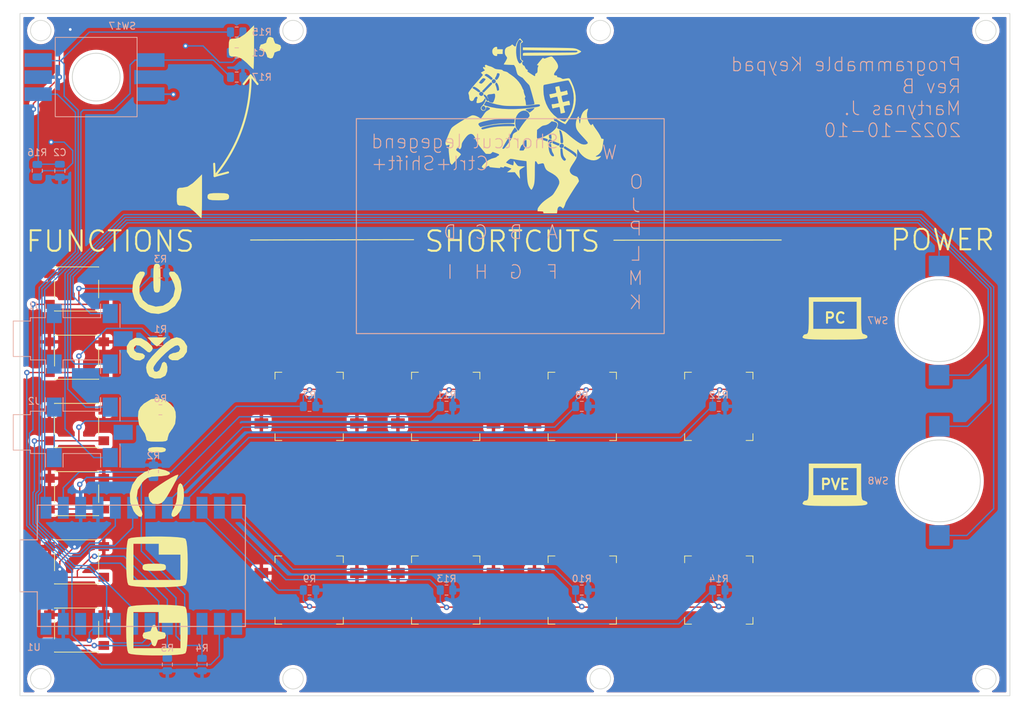
<source format=kicad_pcb>
(kicad_pcb (version 20211014) (generator pcbnew)
  (title_block (title "Programmable keypad") (date "2022-10-03") (rev "B") (company "Martynas J."))
  (layers (0 "F.Cu" signal) (31 "B.Cu" signal) (34 "B.Paste" user) (35 "F.Paste" user) (36 "B.SilkS" user "B.Silkscreen") (37 "F.SilkS" user "F.Silkscreen") (38 "B.Mask" user) (39 "F.Mask" user) (44 "Edge.Cuts" user))
  (net 0 "")
  (net 1 "/A")
  (net 2 "GND")
  (net 3 "/B")
  (net 4 "/btn9")
  (net 5 "/btn11")
  (net 6 "/btn13")
  (net 7 "/btn10")
  (net 8 "/btn12")
  (net 9 "/btn14")
  (net 10 "/btn1")
  (net 11 "/btn3")
  (net 12 "/btn5")
  (net 13 "/btn7")
  (net 14 "/btn2")
  (net 15 "/btn4")
  (net 16 "/btn6")
  (net 17 "/btn8")
  (net 18 "VCC")
  (net 19 "/btn_enc")
  (net 23 "Net-(J1-PadR)")
  (net 24 "Net-(J1-PadS)")
  (net 25 "unconnected-(J1-PadT)")
  (net 26 "Net-(J2-PadR)")
  (net 27 "Net-(J2-PadS)")
  (net 28 "unconnected-(J2-PadT)")
  (footprint "images:volume-plus-symbol" (layer "F.Cu") (at 115.13 48.908)
    (fp_text reference "G***" hide)
    (fp_text value "LOGO" hide)
  )
  (footprint "Button_Switch_SMD:SW_SPST_PTS645" (layer "F.Cu") (at 89.1412 104.28)
    (fp_text reference "SW6" hide)
    (fp_text value "SW_Push")
  )
  (footprint "my:SW_SPST_button_12x12_smd" (layer "F.Cu") (at 163.202 101.486 180)
    (fp_text reference "SW10" hide)
    (fp_text value "SW_Push")
  )
  (footprint "Button_Switch_SMD:SW_SPST_PTS645" (layer "F.Cu") (at 89.1412 84.28)
    (fp_text reference "SW3" hide)
    (fp_text value "SW_Push")
  )
  (footprint "my:SW_SPST_button_12x12_smd" (layer "F.Cu") (at 123.202 101.486 180)
    (fp_text reference "SW9" hide)
    (fp_text value "SW_Push")
  )
  (footprint "my:SW_SPST_button_panel-mount-12mm" (layer "F.Cu") (at 215.5108 112.408 90)
    (fp_text reference "SW8")
    (fp_text value "SW_Push")
    (fp_circle (center 0 0) (end 6 0) (layer "Edge.Cuts") (width 0.12) (fill none))
  )
  (footprint "images:power-symbol" (layer "F.Cu") (at 100.906 84.28)
    (fp_text reference "G***" hide)
    (fp_text value "LOGO" hide)
  )
  (footprint "my:SW_SPST_button_panel-mount-12mm" (layer "F.Cu") (at 215.46 88.913 90)
    (fp_text reference "SW7")
    (fp_text value "SW_Push")
    (fp_circle (center 0 0) (end 6 0) (layer "Edge.Cuts") (width 0.12) (fill none))
  )
  (footprint "images:tab-plus-symbol" (layer "F.Cu") (at 100.906 134.28)
    (fp_text reference "G***" hide)
    (fp_text value "LOGO" hide)
  )
  (footprint "images:vscode" (layer "F.Cu") (at 163.202 114.694)
    (fp_text reference "G***" hide)
    (fp_text value "LOGO" hide)
  )
  (footprint "my:SW_SPST_button_12x12_smd" (layer "F.Cu") (at 183.202 101.486 180)
    (fp_text reference "SW14" hide)
    (fp_text value "SW_Push")
  )
  (footprint "Button_Switch_SMD:SW_SPST_PTS645" (layer "F.Cu") (at 89.1412 94.28)
    (fp_text reference "SW1" hide)
    (fp_text value "SW_Push")
  )
  (footprint "my:RotaryEncoder_custom" (layer "F.Cu") (at 84.512 50.726)
    (fp_text reference "SW17")
    (fp_text value "Rotary Encoder")
    (fp_circle (center 7.5 2.5) (end 11 2.5) (layer "Edge.Cuts") (width 0.12) (fill none))
  )
  (footprint "images:pc-symbol" (layer "F.Cu") (at 200.22 88.532)
    (fp_text reference "PC")
    (fp_text value "LOGO" hide)
  )
  (footprint "images:lamp-symbol" (layer "F.Cu") (at 100.906 104.28)
    (fp_text reference "G***" hide)
    (fp_text value "LOGO" hide)
  )
  (footprint "my:SW_SPST_button_12x12_smd" (layer "F.Cu") (at 183.202 128.41)
    (fp_text reference "SW16" hide)
    (fp_text value "SW_Push")
  )
  (footprint "my:SW_SPST_button_12x12_smd" (layer "F.Cu") (at 163.202 128.41)
    (fp_text reference "SW12" hide)
    (fp_text value "SW_Push")
  )
  (footprint "Button_Switch_SMD:SW_SPST_PTS645" (layer "F.Cu") (at 89.1412 114.28)
    (fp_text reference "SW2" hide)
    (fp_text value "SW_Push")
  )
  (footprint "my:SW_SPST_button_12x12_smd" (layer "F.Cu") (at 143.202 101.486 180)
    (fp_text reference "SW13" hide)
    (fp_text value "SW_Push")
  )
  (footprint "my:SW_SPST_button_12x12_smd" (layer "F.Cu") (at 123.202 128.41)
    (fp_text reference "SW11" hide)
    (fp_text value "SW_Push")
  )
  (footprint "images:pc-symbol" (layer "F.Cu") (at 200.22 112.916)
    (fp_text reference "PVE")
    (fp_text value "LOGO" hide)
  )
  (footprint "images:vytis" (layer "F.Cu") (at 154.754 60.338)
    (fp_text reference "G***" hide)
    (fp_text value "LOGO" hide)
  )
  (footprint "images:onenote" (layer "F.Cu") (at 163.202 87.77)
    (fp_text reference "G***" hide)
    (fp_text value "LOGO" hide)
  )
  (footprint "images:firefox" (layer "F.Cu") (at 123.202 114.694)
    (fp_text reference "G***" hide)
    (fp_text value "LOGO" hide)
  )
  (footprint "my:SW_SPST_button_12x12_smd" (layer "F.Cu") (at 143.202 128.41)
    (fp_text reference "SW15" hide)
    (fp_text value "SW_Push")
  )
  (footprint "images:speedometer-symbol" (layer "F.Cu") (at 100.906 114.28)
    (fp_text reference "G***" hide)
    (fp_text value "LOGO" hide)
  )
  (footprint "images:mail" (layer "F.Cu") (at 143.202 87.77)
    (fp_text reference "G***" hide)
    (fp_text value "LOGO" hide)
  )
  (footprint "images:files" (layer "F.Cu") (at 123.202 87.77)
    (fp_text reference "G***" hide)
    (fp_text value "LOGO" hide)
  )
  (footprint "images:youtube2" (layer "F.Cu") (at 143.202 114.694)
    (fp_text reference "G***" hide)
    (fp_text value "LOGO" hide)
  )
  (footprint "images:vpn-symbol" (layer "F.Cu") (at 100.906 94.28)
    (fp_text reference "G***" hide)
    (fp_text value "LOGO" hide)
  )
  (footprint "images:tab-minus-symbol" (layer "F.Cu") (at 100.906 124.28)
    (fp_text reference "G***" hide)
    (fp_text value "LOGO" hide)
  )
  (footprint "images:volume-minus-symbol" (layer "F.Cu") (at 107.51 70.752)
    (fp_text reference "G***" hide)
    (fp_text value "LOGO" hide)
  )
  (footprint "images:plex" (layer "F.Cu") (at 183.202 87.77)
    (fp_text reference "G***" hide)
    (fp_text value "LOGO" hide)
  )
  (footprint "Button_Switch_SMD:SW_SPST_PTS645" (layer "F.Cu") (at 89.1412 124.28)
    (fp_text reference "SW5" hide)
    (fp_text value "SW_Push")
  )
  (footprint "Button_Switch_SMD:SW_SPST_PTS645" (layer "F.Cu") (at 89.1412 134.28)
    (fp_text reference "SW4" hide)
    (fp_text value "SW_Push")
  )
  (footprint "images:keepass" (layer "F.Cu") (at 183.202 114.694)
    (fp_text reference "G***" hide)
    (fp_text value "LOGO" hide)
  )
  (footprint "Resistor_SMD:R_0805_2012Metric" (layer "B.Cu") (at 112.59 46.622)
    (fp_text reference "R15")
    (fp_text value "10K")
  )
  (footprint "Resistor_SMD:R_0805_2012Metric" (layer "B.Cu") (at 101.414 81.928 180)
    (fp_text reference "R3")
    (fp_text value "10K")
  )
  (footprint "Resistor_SMD:R_0805_2012Metric" (layer "B.Cu") (at 123.258 128.41 180)
    (fp_text reference "R9")
    (fp_text value "10K")
  )
  (footprint "Capacitor_SMD:C_0805_2012Metric" (layer "B.Cu") (at 112.59 49.67)
    (fp_text reference "C1")
    (fp_text value "100n")
  )
  (footprint "Resistor_SMD:R_0805_2012Metric" (layer "B.Cu") (at 101.414 101.994 180)
    (fp_text reference "R6")
    (fp_text value "10K")
  )
  (footprint "my:Jack_3.5mm_custom-SMT_Horizontal" (layer "B.Cu") (at 88.46 105.296 -90)
    (fp_text reference "J2")
    (fp_text value "AudioJack3")
  )
  (footprint "promicro:ProMicro-SMD" (layer "B.Cu") (at 98.62 124.854)
    (fp_text reference "U1")
    (fp_text value "Arduino Pro Micro")
  )
  (footprint "Resistor_SMD:R_0805_2012Metric" (layer "B.Cu") (at 83.38 66.942 90)
    (fp_text reference "R16")
    (fp_text value "10K")
  )
  (footprint "Resistor_SMD:R_0805_2012Metric" (layer "B.Cu") (at 143.324 128.41 180)
    (fp_text reference "R13")
    (fp_text value "10K")
  )
  (footprint "my:Jack_3.5mm_custom-SMT_Horizontal" (layer "B.Cu") (at 88.46 91.58 -90)
    (fp_text reference "J1")
    (fp_text value "AudioJack3")
  )
  (footprint "Resistor_SMD:R_0805_2012Metric" (layer "B.Cu") (at 163.136 101.486 180)
    (fp_text reference "R8")
    (fp_text value "10K")
  )
  (footprint "Resistor_SMD:R_0805_2012Metric" (layer "B.Cu") (at 101.414 91.834 180)
    (fp_text reference "R1")
    (fp_text value "10K")
  )
  (footprint "Resistor_SMD:R_0805_2012Metric" (layer "B.Cu") (at 183.202 128.41 180)
    (fp_text reference "R14")
    (fp_text value "10K")
  )
  (footprint "Resistor_SMD:R_0805_2012Metric" (layer "B.Cu") (at 100.398 111.011 -90)
    (fp_text reference "R2")
    (fp_text value "10K")
  )
  (footprint "Resistor_SMD:R_0805_2012Metric" (layer "B.Cu") (at 102.43 139.332 90)
    (fp_text reference "R5")
    (fp_text value "10K")
  )
  (footprint "Resistor_SMD:R_0805_2012Metric" (layer "B.Cu") (at 143.324 101.486 180)
    (fp_text reference "R11")
    (fp_text value "10K")
  )
  (footprint "Resistor_SMD:R_0805_2012Metric" (layer "B.Cu") (at 183.202 101.486 180)
    (fp_text reference "R12")
    (fp_text value "10K")
  )
  (footprint "Resistor_SMD:R_0805_2012Metric" (layer "B.Cu") (at 107.51 139.332 90)
    (fp_text reference "R4")
    (fp_text value "10K")
  )
  (footprint "Resistor_SMD:R_0805_2012Metric" (layer "B.Cu") (at 112.59 53.226 180)
    (fp_text reference "R17")
    (fp_text value "10K")
  )
  (footprint "Resistor_SMD:R_0805_2012Metric" (layer "B.Cu") (at 123.258 101.486 180)
    (fp_text reference "R7")
    (fp_text value "10K")
  )
  (footprint "Capacitor_SMD:C_0805_2012Metric" (layer "B.Cu") (at 86.682 66.942 -90)
    (fp_text reference "C2")
    (fp_text value "100n")
  )
  (footprint "Resistor_SMD:R_0805_2012Metric" (layer "B.Cu") (at 163.136 128.41 180)
    (fp_text reference "R10")
    (fp_text value "10K")
  )
  (gr_rect (start 130.116 59.322) (end 175.201 90.818) (layer "B.SilkS") (width 0.15) (fill none))
  (gr_arc (start 114.621999 52.972) (mid 113.309352 60.81782) (end 109.362266 67.724371) (layer "F.SilkS") (width 0.3))
  (gr_line (start 109.362266 67.724371) (end 111.32 67.196) (layer "F.SilkS") (width 0.3))
  (gr_line (start 114.621999 52.972) (end 115.638 54.242) (layer "F.SilkS") (width 0.3))
  (gr_line (start 138.498 77.0512) (end 114.622 77.102) (layer "F.SilkS") (width 0.15))
  (gr_line (start 114.621999 52.972) (end 113.606 54.242) (layer "F.SilkS") (width 0.3))
  (gr_line (start 109.362266 67.724371) (end 109.288 65.926) (layer "F.SilkS") (width 0.3))
  (gr_line (start 192.346 77.102) (end 167.835 77.1274) (layer "F.SilkS") (width 0.15))
  (gr_circle (center 165.84 46.404) (end 167.34 46.404) (layer "Edge.Cuts") (width 0.1) (fill none))
  (gr_circle (center 83.888 46.404) (end 85.388 46.404) (layer "Edge.Cuts") (width 0.1) (fill none))
  (gr_rect (start 80.84 43.904) (end 225.84 143.904) (layer "Edge.Cuts") (width 0.1) (fill none))
  (gr_circle (center 222.318 141.404) (end 223.818 141.404) (layer "Edge.Cuts") (width 0.1) (fill none))
  (gr_circle (center 165.84 141.404) (end 167.34 141.404) (layer "Edge.Cuts") (width 0.1) (fill none))
  (gr_circle (center 83.888 141.404) (end 85.388 141.404) (layer "Edge.Cuts") (width 0.1) (fill none))
  (gr_circle (center 120.84 46.404) (end 122.34 46.404) (layer "Edge.Cuts") (width 0.1) (fill none))
  (gr_circle (center 222.318 46.404) (end 223.818 46.404) (layer "Edge.Cuts") (width 0.1) (fill none))
  (gr_circle (center 120.84 141.404) (end 122.34 141.404) (layer "Edge.Cuts") (width 0.1) (fill none))
  (gr_text "f5AFfMhv" (at 205.6302 55.3596) (layer "F.Cu") (effects (font (size 3 3) (thickness 0.5))))
  (gr_text "J" (at 171.01 72.022) (layer "B.SilkS") (effects (font (size 2 2)) (justify mirror)))
  (gr_text "O" (at 171.137 68.593) (layer "B.SilkS") (effects (font (size 2 2)) (justify mirror)))
  (gr_text "G" (at 153.484 81.801) (layer "B.SilkS") (effects (font (size 2 2)) (justify mirror)))
  (gr_text "W" (at 167.2 64.275) (layer "B.SilkS") (effects (font (size 2 2)) (justify mirror)))
  (gr_text "Programmable Keypad\nRev B\nMartynas J.\n2022-10-10" (at 218.8382 56.1978) (layer "B.SilkS") (effects (font (size 2 2)) (justify left mirror)))
  (gr_text "F" (at 158.818 81.801) (layer "B.SilkS") (effects (font (size 2 2)) (justify mirror)))
  (gr_text "K" (at 171.01 86.246) (layer "B.SilkS") (effects (font (size 2 2)) (justify mirror)))
  (gr_text "A" (at 158.818 75.959) (layer "B.SilkS") (effects (font (size 2 2)) (justify mirror)))
  (gr_text "D" (at 143.832 75.959) (layer "B.SilkS") (effects (font (size 2 2)) (justify mirror)))
  (gr_text "P" (at 171.01 75.451) (layer "B.SilkS") (effects (font (size 2 2)) (justify mirror)))
  (gr_text "I" (at 143.832 81.801) (layer "B.SilkS") (effects (font (size 2 2)) (justify mirror)))
  (gr_text "L" (at 171.137 79.134) (layer "B.SilkS") (effects (font (size 2 2)) (justify mirror)))
  (gr_text "M" (at 171.01 82.69) (layer "B.SilkS") (effects (font (size 2 2)) (justify mirror)))
  (gr_text "B" (at 153.484 75.959) (layer "B.SilkS") (effects (font (size 2 2)) (justify mirror)))
  (gr_text "Shortcut legegend\nCtrl+Shift+" (at 132.148 64.275) (layer "B.SilkS") (effects (font (size 2 2)) (justify right mirror)))
  (gr_text "C" (at 148.404 75.959) (layer "B.SilkS") (effects (font (size 2 2)) (justify mirror)))
  (gr_text "H" (at 148.404 81.801) (layer "B.SilkS") (effects (font (size 2 2)) (justify mirror)))
  (gr_text "FUNCTIONS" (at 94.0734 77.3052) (layer "F.SilkS") (effects (font (size 3 3) (thickness 0.3))))
  (gr_text "SHORTCUTS" (at 152.976 77.3052) (layer "F.SilkS") (effects (font (size 3 3) (thickness 0.3))))
  (gr_text "POWER" (at 215.968 77.0893) (layer "F.SilkS") (effects (font (size 3 3) (thickness 0.3))))
  (segment (start 111.64 46.6595) (end 111.6775 46.622) (width 0.2) (layer "B.Cu") (net 1))
  (segment (start 87.317 56.02) (end 89.368 58.071) (width 0.2) (layer "B.Cu") (net 1))
  (segment (start 111.6775 46.622) (end 91 46.622) (width 0.2) (layer "B.Cu") (net 1))
  (segment (start 87.317 51.321) (end 87.317 56.02) (width 0.2) (layer "B.Cu") (net 1))
  (segment (start 83.55 118.42) (end 88.187 123.057) (width 0.2) (layer "B.Cu") (net 1))
  (segment (start 83.599 50.813) (end 83.512 50.726) (width 0.2) (layer "B.Cu") (net 1))
  (segment (start 86.555 50.813) (end 83.599 50.813) (width 0.2) (layer "B.Cu") (net 1))
  (segment (start 111.64 49.67) (end 111.64 46.6595) (width 0.2) (layer "B.Cu") (net 1))
  (segment (start 91.04963 121.514) (end 92.308 121.514) (width 0.2) (layer "B.Cu") (net 1))
  (segment (start 92.308 121.514) (end 94.81 119.012) (width 0.2) (layer "B.Cu") (net 1))
  (segment (start 88.187 123.057) (end 89.50663 123.057) (width 0.2) (layer "B.Cu") (net 1))
  (segment (start 86.809 50.813) (end 86.555 50.813) (width 0.2) (layer "B.Cu") (net 1))
  (segment (start 89.368 78.930314) (end 84.06 84.238315) (width 0.2) (layer "B.Cu") (net 1))
  (segment (start 86.809 50.813) (end 87.317 51.321) (width 0.2) (layer "B.Cu") (net 1))
  (segment (start 84.06 113.935) (end 83.55 114.445) (width 0.2) (layer "B.Cu") (net 1))
  (segment (start 89.368 58.071) (end 89.368 78.930314) (width 0.2) (layer "B.Cu") (net 1))
  (segment (start 84.06 84.238315) (end 84.06 113.935) (width 0.2) (layer "B.Cu") (net 1))
  (segment (start 91 46.622) (end 86.809 50.813) (width 0.2) (layer "B.Cu") (net 1))
  (segment (start 94.81 119.012) (end 94.81 116.345) (width 0.2) (layer "B.Cu") (net 1))
  (segment (start 89.50663 123.057) (end 91.04963 121.514) (width 0.2) (layer "B.Cu") (net 1))
  (segment (start 83.55 114.445) (end 83.55 118.42) (width 0.2) (layer "B.Cu") (net 1))
  (segment (start 86.6175 53.2905) (end 86.6175 53.226) (width 0.2) (layer "F.Cu") (net 2))
  (segment (start 82.8125 57.925) (end 82.8125 57.0955) (width 0.2) (layer "F.Cu") (net 2))
  (segment (start 86.682 124.219) (end 86.682 125.362) (width 0.2) (layer "F.Cu") (net 2))
  (segment (start 86.6175 47.8295) (end 88.206 46.241) (width 0.2) (layer "F.Cu") (net 2))
  (segment (start 82.8125 57.0955) (end 86.6175 53.2905) (width 0.2) (layer "F.Cu") (net 2))
  (segment (start 86.6175 53.226) (end 86.6175 47.8295) (width 0.2) (layer "F.Cu") (net 2))
  (segment (start 88.841 122.06) (end 86.682 124.219) (width 0.2) (layer "F.Cu") (net 2))
  (via (at 88.206 46.241) (size 0.8) (drill 0.4) (layers "F.Cu" "B.Cu") (net 2))
  (via (at 88.841 122.06) (size 0.8) (drill 0.4) (layers "F.Cu" "B.Cu") (net 2))
  (via (at 82.8125 57.925) (size 0.8) (drill 0.4) (layers "F.Cu" "B.Cu") (net 2))
  (via (at 86.682 125.362) (size 0.8) (drill 0.4) (layers "F.Cu" "B.Cu") (net 2))
  (via (at 86.6175 53.226) (size 0.8) (drill 0.4) (layers "F.Cu" "B.Cu") (net 2))
  (segment (start 86.6175 53.226) (end 83.512 53.226) (width 0.2) (layer "B.Cu") (net 2))
  (segment (start 83.66 113.769314) (end 83.15 114.279315) (width 0.2) (layer "B.Cu") (net 3))
  (segment (start 86.682 65.992) (end 83.4175 65.992) (width 0.2) (layer "B.Cu") (net 3))
  (segment (start 83.38 66.0295) (end 83.512 65.8975) (width 0.2) (layer "B.Cu") (net 3))
  (segment (start 94.702 121.914) (end 97.35 119.266) (width 0.2) (layer "B.Cu") (net 3))
  (segment (start 83.4175 65.992) (end 83.38 66.0295) (width 0.2) (layer "B.Cu") (net 3))
  (segment (start 83.15 118.585686) (end 88.021314 123.457) (width 0.2) (layer "B.Cu") (net 3))
  (segment (start 83.15 114.279315) (end 83.15 118.585686) (width 0.2) (layer "B.Cu") (net 3))
  (segment (start 88.021314 123.457) (end 89.672315 123.457) (width 0.2) (layer "B.Cu") (net 3))
  (segment (start 83.512 65.8975) (end 83.512 55.726) (width 0.2) (layer "B.Cu") (net 3))
  (segment (start 83.512 55.726) (end 86.295657 55.726) (width 0.2) (layer "B.Cu") (net 3))
  (segment (start 88.968 58.398343) (end 88.968 78.764628) (width 0.2) (layer "B.Cu") (net 3))
  (segment (start 86.295657 55.726) (end 88.968 58.398343) (width 0.2) (layer "B.Cu") (net 3))
  (segment (start 89.672315 123.457) (end 91.215315 121.914) (width 0.2) (layer "B.Cu") (net 3))
  (segment (start 88.968 78.764628) (end 83.66 84.07263) (width 0.2) (layer "B.Cu") (net 3))
  (segment (start 83.66 84.07263) (end 83.66 113.769314) (width 0.2) (layer "B.Cu") (net 3))
  (segment (start 91.215315 121.914) (end 94.702 121.914) (width 0.2) (layer "B.Cu") (net 3))
  (segment (start 97.35 119.266) (end 97.35 116.345) (width 0.2) (layer "B.Cu") (net 3))
  (segment (start 85.1612 96.53) (end 89.6 96.53) (width 0.2) (layer "F.Cu") (net 4))
  (segment (start 81.856 96.533) (end 81.859 96.53) (width 0.2) (layer "F.Cu") (net 4))
  (segment (start 89.6 96.53) (end 93.1212 96.53) (width 0.2) (layer "F.Cu") (net 4))
  (segment (start 89.476 94.12) (end 89.476 96.406) (width 0.2) (layer "F.Cu") (net 4))
  (segment (start 81.859 96.53) (end 85.1612 96.53) (width 0.2) (layer "F.Cu") (net 4))
  (via (at 81.856 96.533) (size 0.8) (drill 0.4) (layers "F.Cu" "B.Cu") (net 4))
  (via (at 89.476 94.12) (size 0.8) (drill 0.4) (layers "F.Cu" "B.Cu") (net 4))
  (segment (start 87.317 124.449742) (end 81.837 118.969742) (width 0.2) (layer "B.Cu") (net 4))
  (segment (start 93.54 90.056) (end 89.476 94.12) (width 0.2) (layer "B.Cu") (net 4))
  (segment (start 87.317 124.473) (end 87.317 124.449742) (width 0.2) (layer "B.Cu") (net 4))
  (segment (start 88.46 125.616) (end 87.317 124.473) (width 0.2) (layer "B.Cu") (net 4))
  (segment (start 100.5015 91.834) (end 98.7235 90.056) (width 0.2) (layer "B.Cu") (net 4))
  (segment (start 81.837 96.552) (end 81.856 96.533) (width 0.2) (layer "B.Cu") (net 4))
  (segment (start 88.46 135.014) (end 88.46 125.616) (width 0.2) (layer "B.Cu") (net 4))
  (segment (start 98.7235 90.056) (end 93.54 90.056) (width 0.2) (layer "B.Cu") (net 4))
  (segment (start 110.05 138.062) (end 108.78 139.332) (width 0.2) (layer "B.Cu") (net 4))
  (segment (start 110.05 133.363) (end 110.05 138.062) (width 0.2) (layer "B.Cu") (net 4))
  (segment (start 92.778 139.332) (end 88.46 135.014) (width 0.2) (layer "B.Cu") (net 4))
  (segment (start 81.837 118.969742) (end 81.837 96.552) (width 0.2) (layer "B.Cu") (net 4))
  (segment (start 108.78 139.332) (end 92.778 139.332) (width 0.2) (layer "B.Cu") (net 4))
  (segment (start 89.788 116.53) (end 93.1212 116.53) (width 0.2) (layer "F.Cu") (net 5))
  (segment (start 89.603 112.916) (end 89.603 116.472) (width 0.2) (layer "F.Cu") (net 5))
  (segment (start 85.1612 116.53) (end 89.788 116.53) (width 0.2) (layer "F.Cu") (net 5))
  (segment (start 89.661 116.53) (end 89.788 116.53) (width 0.2) (layer "F.Cu") (net 5))
  (segment (start 89.603 116.472) (end 89.661 116.53) (width 0.2) (layer "F.Cu") (net 5))
  (via (at 89.603 112.916) (size 0.8) (drill 0.4) (layers "F.Cu" "B.Cu") (net 5))
  (segment (start 100.3745 111.9) (end 98.62 111.9) (width 0.2) (layer "B.Cu") (net 5))
  (segment (start 98.62 111.9) (end 90.619 111.9) (width 0.2) (layer "B.Cu") (net 5))
  (segment (start 104.97 133.363) (end 104.97 129.045) (width 0.2) (layer "B.Cu") (net 5))
  (segment (start 90.619 111.9) (end 89.603 112.916) (width 0.2) (layer "B.Cu") (net 5))
  (segment (start 98.62 122.695) (end 98.62 111.9) (width 0.2) (layer "B.Cu") (net 5))
  (segment (start 100.398 111.9235) (end 100.3745 111.9) (width 0.2) (layer "B.Cu") (net 5))
  (segment (start 104.97 129.045) (end 98.62 122.695) (width 0.2) (layer "B.Cu") (net 5))
  (segment (start 85.1612 86.53) (end 89.252 86.53) (width 0.2) (layer "F.Cu") (net 6))
  (segment (start 89.476 84.468) (end 89.476 86.53) (width 0.2) (layer "F.Cu") (net 6))
  (segment (start 82.745 86.5) (end 82.775 86.53) (width 0.2) (layer "F.Cu") (net 6))
  (segment (start 82.775 86.53) (end 85.1612 86.53) (width 0.2) (layer "F.Cu") (net 6))
  (segment (start 89.252 86.53) (end 93.1212 86.53) (width 0.2) (layer "F.Cu") (net 6))
  (via (at 89.476 84.214) (size 0.8) (drill 0.4) (layers "F.Cu" "B.Cu") (net 6))
  (via (at 82.745 86.5) (size 0.8) (drill 0.4) (layers "F.Cu" "B.Cu") (net 6))
  (segment (start 82.237 118.804057) (end 88.667943 125.235) (width 0.2) (layer "B.Cu") (net 6))
  (segment (start 88.667943 125.235) (end 90.942314 125.235) (width 0.2) (layer "B.Cu") (net 6))
  (segment (start 90.942314 125.235) (end 93.54 127.832686) (width 0.2) (layer "B.Cu") (net 6))
  (segment (start 93.54 127.832686) (end 93.54 135.093) (width 0.2) (layer "B.Cu") (net 6))
  (segment (start 100.5015 81.928) (end 98.2155 84.214) (width 0.2) (layer "B.Cu") (net 6))
  (segment (start 82.745 104.915) (end 82.237 105.423) (width 0.2) (layer "B.Cu") (net 6))
  (segment (start 98.747 136.157) (end 99.89 135.014) (width 0.2) (layer "B.Cu") (net 6))
  (segment (start 99.89 135.014) (end 99.89 133.363) (width 0.2) (layer "B.Cu") (net 6))
  (segment (start 98.2155 84.214) (end 89.476 84.214) (width 0.2) (layer "B.Cu") (net 6))
  (segment (start 82.745 86.5) (end 82.745 104.915) (width 0.2) (layer "B.Cu") (net 6))
  (segment (start 93.54 135.093) (end 94.604 136.157) (width 0.2) (layer "B.Cu") (net 6))
  (segment (start 94.604 136.157) (end 98.747 136.157) (width 0.2) (layer "B.Cu") (net 6))
  (segment (start 82.237 105.423) (end 82.237 118.804057) (width 0.2) (layer "B.Cu") (net 6))
  (segment (start 91.71032 136.53) (end 85.1612 136.53) (width 0.2) (layer "F.Cu") (net 7))
  (segment (start 91.728756 136.53) (end 93.1212 136.53) (width 0.2) (layer "F.Cu") (net 7))
  (segment (start 91.719538 136.539218) (end 91.71032 136.53) (width 0.2) (layer "F.Cu") (net 7))
  (segment (start 91.719538 136.539218) (end 91.728756 136.53) (width 0.2) (layer "F.Cu") (net 7))
  (via (at 91.719538 136.539218) (size 0.8) (drill 0.4) (layers "F.Cu" "B.Cu") (net 7))
  (segment (start 101.16 130.061) (end 95.572 124.473) (width 0.2) (layer "B.Cu") (net 7))
  (segment (start 91 122.695) (end 91.381 122.314) (width 0.2) (layer "B.Cu") (net 7))
  (segment (start 107.51 136.538) (end 107.51 133.363) (width 0.2) (layer "B.Cu") (net 7))
  (segment (start 95.572 124.473) (end 91.381 124.473) (width 0.2) (layer "B.Cu") (net 7))
  (segment (start 91.381 124.473) (end 91 124.092) (width 0.2) (layer "B.Cu") (net 7))
  (segment (start 96.461 122.314) (end 103.7 129.553) (width 0.2) (layer "B.Cu") (net 7))
  (segment (start 91.719538 136.539218) (end 91.73732 136.557) (width 0.2) (layer "B.Cu") (net 7))
  (segment (start 107.51 138.4195) (end 107.51 136.538) (width 0.2) (layer "B.Cu") (net 7))
  (segment (start 91 124.092) (end 91 122.695) (width 0.2) (layer "B.Cu") (net 7))
  (segment (start 91.73732 136.557) (end 99.696 136.557) (width 0.2) (layer "B.Cu") (net 7))
  (segment (start 99.696 136.557) (end 101.16 135.093) (width 0.2) (layer "B.Cu") (net 7))
  (segment (start 103.7 135.141) (end 105.097 136.538) (width 0.2) (layer "B.Cu") (net 7))
  (segment (start 103.7 129.553) (end 103.7 135.141) (width 0.2) (layer "B.Cu") (net 7))
  (segment (start 91.381 122.314) (end 96.461 122.314) (width 0.2) (layer "B.Cu") (net 7))
  (segment (start 101.16 135.093) (end 101.16 130.061) (width 0.2) (layer "B.Cu") (net 7))
  (segment (start 105.097 136.538) (end 107.51 136.538) (width 0.2) (layer "B.Cu") (net 7))
  (segment (start 89.247 125.591) (end 89.247 126.53) (width 0.2) (layer "F.Cu") (net 8))
  (segment (start 91.381 123.457) (end 89.247 125.591) (width 0.2) (layer "F.Cu") (net 8))
  (segment (start 89.247 126.53) (end 93.1212 126.53) (width 0.2) (layer "F.Cu") (net 8))
  (segment (start 85.1612 126.53) (end 89.247 126.53) (width 0.2) (layer "F.Cu") (net 8))
  (segment (start 91.762 123.457) (end 91.381 123.457) (width 0.2) (layer "F.Cu") (net 8))
  (via (at 91.762 123.457) (size 0.8) (drill 0.4) (layers "F.Cu" "B.Cu") (net 8))
  (segment (start 102.43 133.363) (end 102.43 129.807) (width 0.2) (layer "B.Cu") (net 8))
  (segment (start 102.43 138.4195) (end 102.43 133.363) (width 0.2) (layer "B.Cu") (net 8))
  (segment (start 102.43 129.807) (end 96.08 123.457) (width 0.2) (layer "B.Cu") (net 8))
  (segment (start 96.08 123.457) (end 91.762 123.457) (width 0.2) (layer "B.Cu") (net 8))
  (segment (start 82.9965 106.53) (end 85.1612 106.53) (width 0.2) (layer "F.Cu") (net 9))
  (segment (start 85.1612 106.53) (end 89.512 106.53) (width 0.2) (layer "F.Cu") (net 9))
  (segment (start 89.512 106.53) (end 93.1212 106.53) (width 0.2) (layer "F.Cu") (net 9))
  (segment (start 82.9605 106.566) (end 82.9965 106.53) (width 0.2) (layer "F.Cu") (net 9))
  (segment (start 89.476 104.534) (end 89.476 106.439) (width 0.2) (layer "F.Cu") (net 9))
  (via (at 82.9605 106.566) (size 0.8) (drill 0.4) (layers "F.Cu" "B.Cu") (net 9))
  (via (at 89.476 104.534) (size 0.8) (drill 0.4) (layers "F.Cu" "B.Cu") (net 9))
  (segment (start 90.365 103.645) (end 98.8505 103.645) (width 0.2) (layer "B.Cu") (net 9))
  (segment (start 98.8505 103.645) (end 100.5015 101.994) (width 0.2) (layer "B.Cu") (net 9))
  (segment (start 89.476 104.534) (end 90.365 103.645) (width 0.2) (layer "B.Cu") (net 9))
  (segment (start 82.75 118.751371) (end 88.833629 124.835) (width 0.2) (layer "B.Cu") (net 9))
  (segment (start 82.9605 106.566) (end 82.9605 113.90313) (width 0.2) (layer "B.Cu") (net 9))
  (segment (start 82.75 114.11363) (end 82.75 118.751371) (width 0.2) (layer "B.Cu") (net 9))
  (segment (start 97.35 131.077) (end 97.35 133.363) (width 0.2) (layer "B.Cu") (net 9))
  (segment (start 82.9605 113.90313) (end 82.75 114.11363) (width 0.2) (layer "B.Cu") (net 9))
  (segment (start 88.833629 124.835) (end 91.108 124.835) (width 0.2) (layer "B.Cu") (net 9))
  (segment (start 91.108 124.835) (end 97.35 131.077) (width 0.2) (layer "B.Cu") (net 9))
  (segment (start 123.258 99.073) (end 123.171 98.986) (width 0.2) (layer "F.Cu") (net 10))
  (segment (start 123.258 99.073) (end 123.345 98.986) (width 0.2) (layer "F.Cu") (net 10))
  (segment (start 123.345 98.986) (end 130.202 98.986) (width 0.2) (layer "F.Cu") (net 10))
  (segment (start 123.171 98.986) (end 116.202 98.986) (width 0.2) (layer "F.Cu") (net 10))
  (via (at 123.258 99.073) (size 0.8) (drill 0.4) (layers "F.Cu" "B.Cu") (net 10))
  (segment (start 87.19 116.345) (end 87.19 113.424) (width 0.2) (layer "B.Cu") (net 10))
  (segment (start 122.3455 99.9855) (end 123.258 99.073) (width 0.2) (layer "B.Cu") (net 10))
  (segment (start 89.503 111.111) (end 102.965 111.111) (width 0.2) (layer "B.Cu") (net 10))
  (segment (start 112.59 101.486) (end 122.3455 101.486) (width 0.2) (layer "B.Cu") (net 10))
  (segment (start 87.19 113.424) (end 89.503 111.111) (width 0.2) (layer "B.Cu") (net 10))
  (segment (start 102.965 111.111) (end 112.59 101.486) (width 0.2) (layer "B.Cu") (net 10))
  (segment (start 122.3455 101.486) (end 122.3455 99.9855) (width 0.2) (layer "B.Cu") (net 10))
  (segment (start 156.202 98.986) (end 163.684 98.986) (width 0.2) (layer "F.Cu") (net 11))
  (segment (start 163.684 98.986) (end 163.771 99.073) (width 0.2) (layer "F.Cu") (net 11))
  (segment (start 163.858 98.986) (end 170.202 98.986) (width 0.2) (layer "F.Cu") (net 11))
  (segment (start 163.771 99.073) (end 163.858 98.986) (width 0.2) (layer "F.Cu") (net 11))
  (via (at 163.771 99.073) (size 0.8) (drill 0.4) (layers "F.Cu" "B.Cu") (net 11))
  (segment (start 113.479 104.534) (end 159.1755 104.534) (width 0.2) (layer "B.Cu") (net 11))
  (segment (start 159.1755 104.534) (end 162.2235 101.486) (width 0.2) (layer "B.Cu") (net 11))
  (segment (start 162.2235 100.6205) (end 163.771 99.073) (width 0.2) (layer "B.Cu") (net 11))
  (segment (start 102.43 115.583) (end 113.479 104.534) (width 0.2) (layer "B.Cu") (net 11))
  (segment (start 102.43 116.345) (end 102.43 115.583) (width 0.2) (layer "B.Cu") (net 11))
  (segment (start 162.2235 101.486) (end 162.2235 100.6205) (width 0.2) (layer "B.Cu") (net 11))
  (segment (start 123.258 130.823) (end 123.345 130.91) (width 0.2) (layer "F.Cu") (net 12))
  (segment (start 123.345 130.91) (end 130.202 130.91) (width 0.2) (layer "F.Cu") (net 12))
  (segment (start 123.171 130.91) (end 123.258 130.823) (width 0.2) (layer "F.Cu") (net 12))
  (segment (start 116.202 130.91) (end 123.171 130.91) (width 0.2) (layer "F.Cu") (net 12))
  (via (at 123.258 130.823) (size 0.8) (drill 0.4) (layers "F.Cu" "B.Cu") (net 12))
  (segment (start 107.51 116.345) (end 107.51 117.145) (width 0.2) (layer "B.Cu") (net 12))
  (segment (start 118.775 128.41) (end 122.3455 128.41) (width 0.2) (layer "B.Cu") (net 12))
  (segment (start 122.3455 129.9105) (end 123.258 130.823) (width 0.2) (layer "B.Cu") (net 12))
  (segment (start 107.51 117.145) (end 118.775 128.41) (width 0.2) (layer "B.Cu") (net 12))
  (segment (start 122.3455 128.41) (end 122.3455 129.9105) (width 0.2) (layer "B.Cu") (net 12))
  (segment (start 163.136 130.823) (end 163.223 130.91) (width 0.2) (layer "F.Cu") (net 13))
  (segment (start 163.049 130.91) (end 163.136 130.823) (width 0.2) (layer "F.Cu") (net 13))
  (segment (start 156.202 130.91) (end 163.049 130.91) (width 0.2) (layer "F.Cu") (net 13))
  (segment (start 163.223 130.91) (end 170.202 130.91) (width 0.2) (layer "F.Cu") (net 13))
  (via (at 163.136 130.823) (size 0.8) (drill 0.4) (layers "F.Cu" "B.Cu") (net 13))
  (segment (start 159.1755 125.362) (end 162.2235 128.41) (width 0.2) (layer "B.Cu") (net 13))
  (segment (start 162.2235 129.9105) (end 163.136 130.823) (width 0.2) (layer "B.Cu") (net 13))
  (segment (start 162.2235 128.41) (end 162.2235 129.9105) (width 0.2) (layer "B.Cu") (net 13))
  (segment (start 112.59 116.345) (end 112.59 117.107) (width 0.2) (layer "B.Cu") (net 13))
  (segment (start 120.845 125.362) (end 159.1755 125.362) (width 0.2) (layer "B.Cu") (net 13))
  (segment (start 112.59 117.107) (end 120.845 125.362) (width 0.2) (layer "B.Cu") (net 13))
  (segment (start 143.705 99.073) (end 143.792 98.986) (width 0.2) (layer "F.Cu") (net 14))
  (segment (start 143.618 98.986) (end 136.202 98.986) (width 0.2) (layer "F.Cu") (net 14))
  (segment (start 143.792 98.986) (end 150.202 98.986) (width 0.2) (layer "F.Cu") (net 14))
  (segment (start 143.705 99.073) (end 143.618 98.986) (width 0.2) (layer "F.Cu") (net 14))
  (via (at 143.705 99.073) (size 0.8) (drill 0.4) (layers "F.Cu" "B.Cu") (net 14))
  (segment (start 99.89 116.345) (end 99.89 114.44) (width 0.2) (layer "B.Cu") (net 14))
  (segment (start 142.4115 100.3665) (end 143.705 99.073) (width 0.2) (layer "B.Cu") (net 14))
  (segment (start 142.4115 101.486) (end 142.4115 100.3665) (width 0.2) (layer "B.Cu") (net 14))
  (segment (start 140.8875 103.01) (end 142.4115 101.486) (width 0.2) (layer "B.Cu") (net 14))
  (segment (start 100.652 113.678) (end 102.303 113.678) (width 0.2) (layer "B.Cu") (net 14))
  (segment (start 102.303 113.678) (end 112.971 103.01) (width 0.2) (layer "B.Cu") (net 14))
  (segment (start 99.89 114.44) (end 100.652 113.678) (width 0.2) (layer "B.Cu") (net 14))
  (segment (start 112.971 103.01) (end 140.8875 103.01) (width 0.2) (layer "B.Cu") (net 14))
  (segment (start 183.329 99.073) (end 183.416 98.986) (width 0.2) (layer "F.Cu") (net 15))
  (segment (start 176.202 98.986) (end 183.242 98.986) (width 0.2) (layer "F.Cu") (net 15))
  (segment (start 183.242 98.986) (end 183.329 99.073) (width 0.2) (layer "F.Cu") (net 15))
  (segment (start 183.416 98.986) (end 190.202 98.986) (width 0.2) (layer "F.Cu") (net 15))
  (via (at 183.329 99.073) (size 0.8) (drill 0.4) (layers "F.Cu" "B.Cu") (net 15))
  (segment (start 114.368 106.058) (end 177.614 106.058) (width 0.2) (layer "B.Cu") (net 15))
  (segment (start 182.186 101.486) (end 182.2895 101.486) (width 0.2) (layer "B.Cu") (net 15))
  (segment (start 182.2895 101.486) (end 182.2895 100.1125) (width 0.2) (layer "B.Cu") (net 15))
  (segment (start 104.97 116.345) (end 104.97 115.456) (width 0.2) (layer "B.Cu") (net 15))
  (segment (start 177.614 106.058) (end 182.186 101.486) (width 0.2) (layer "B.Cu") (net 15))
  (segment (start 104.97 115.456) (end 114.368 106.058) (width 0.2) (layer "B.Cu") (net 15))
  (segment (start 182.2895 100.1125) (end 183.329 99.073) (width 0.2) (layer "B.Cu") (net 15))
  (segment (start 143.364 130.91) (end 150.202 130.91) (width 0.2) (layer "F.Cu") (net 16))
  (segment (start 143.324 130.95) (end 143.364 130.91) (width 0.2) (layer "F.Cu") (net 16))
  (segment (start 143.284 130.91) (end 143.324 130.95) (width 0.2) (layer "F.Cu") (net 16))
  (segment (start 136.202 130.91) (end 143.284 130.91) (width 0.2) (layer "F.Cu") (net 16))
  (via (at 143.324 130.95) (size 0.8) (drill 0.4) (layers "F.Cu" "B.Cu") (net 16))
  (segment (start 142.4115 128.41) (end 142.4115 130.0375) (width 0.2) (layer "B.Cu") (net 16))
  (segment (start 119.791 126.886) (end 140.8875 126.886) (width 0.2) (layer "B.Cu") (net 16))
  (segment (start 110.05 117.145) (end 119.791 126.886) (width 0.2) (layer "B.Cu") (net 16))
  (segment (start 110.05 116.345) (end 110.05 117.145) (width 0.2) (layer "B.Cu") (net 16))
  (segment (start 142.4115 130.0375) (end 143.324 130.95) (width 0.2) (layer "B.Cu") (net 16))
  (segment (start 140.8875 126.886) (end 142.4115 128.41) (width 0.2) (layer "B.Cu") (net 16))
  (segment (start 176.202 130.91) (end 183.115 130.91) (width 0.2) (layer "F.Cu") (net 17))
  (segment (start 183.115 130.91) (end 183.202 130.823) (width 0.2) (layer "F.Cu") (net 17))
  (segment (start 183.202 130.823) (end 183.289 130.91) (width 0.2) (layer "F.Cu") (net 17))
  (segment (start 183.289 130.91) (end 190.202 130.91) (width 0.2) (layer "F.Cu") (net 17))
  (via (at 183.202 130.823) (size 0.8) (drill 0.4) (layers "F.Cu" "B.Cu") (net 17))
  (segment (start 177.3365 133.363) (end 176.598 133.363) (width 0.2) (layer "B.Cu") (net 17))
  (segment (start 182.2895 128.41) (end 182.2895 129.9105) (width 0.2) (layer "B.Cu") (net 17))
  (segment (start 182.2895 129.9105) (end 183.202 130.823) (width 0.2) (layer "B.Cu") (net 17))
  (segment (start 112.59 133.363) (end 176.598 133.363) (width 0.2) (layer "B.Cu") (net 17))
  (segment (start 182.2895 128.41) (end 177.3365 133.363) (width 0.2) (layer "B.Cu") (net 17))
  (via (at 105.097 48.654) (size 0.8) (drill 0.4) (layers "F.Cu" "B.Cu") (net 18))
  (via (at 103.319 55.766) (size 0.8) (drill 0.4) (layers "F.Cu" "B.Cu") (net 18))
  (via (at 91 135.776) (size 0.8) (drill 0.4) (layers "F.Cu" "B.Cu") (net 18))
  (via (at 85.412 62.751) (size 0.8) (drill 0.4) (layers "F.Cu" "B.Cu") (net 18))
  (segment (start 105.097 48.654) (end 107.671186 48.654) (width 0.2) (layer "B.Cu") (net 18))
  (segment (start 84.2925 66.942) (end 83.38 67.8545) (width 0.2) (layer "B.Cu") (net 18))
  (segment (start 111.955 51.067) (end 112.59 50.432) (width 0.2) (layer "B.Cu") (net 18))
  (segment (start 87.444 66.942) (end 84.2925 66.942) (width 0.2) (layer "B.Cu") (net 18))
  (segment (start 88.568 65.818) (end 87.444 66.942) (width 0.2) (layer "B.Cu") (net 18))
  (segment (start 88.568 64.002) (end 88.568 65.818) (width 0.2) (layer "B.Cu") (net 18))
  (segment (start 87.317 62.751) (end 88.568 64.002) (width 0.2) (layer "B.Cu") (net 18))
  (segment (start 112.59 50.432) (end 112.59 47.5345) (width 0.2) (layer "B.Cu") (net 18))
  (segment (start 103.279 55.726) (end 100.012 55.726) (width 0.25) (layer "B.Cu") (net 18))
  (segment (start 112.59 47.5345) (end 113.5025 46.622) (width 0.2) (layer "B.Cu") (net 18))
  (segment (start 92.27 133.363) (end 91 134.633) (width 0.2) (layer "B.Cu") (net 18))
  (segment (start 107.671186 48.654) (end 110.084186 51.067) (width 0.2) (layer "B.Cu") (net 18))
  (segment (start 91 134.633) (end 91 135.776) (width 0.2) (layer "B.Cu") (net 18))
  (segment (start 103.319 55.766) (end 103.279 55.726) (width 0.25) (layer "B.Cu") (net 18))
  (segment (start 85.412 62.751) (end 87.317 62.751) (width 0.2) (layer "B.Cu") (net 18))
  (segment (start 110.084186 51.067) (end 111.955 51.067) (width 0.2) (layer "B.Cu") (net 18))
  (segment (start 84.46 84.404) (end 84.46 116.155) (width 0.2) (layer "B.Cu") (net 19))
  (segment (start 89.768 79.096) (end 84.46 84.404) (width 0.2) (layer "B.Cu") (net 19))
  (segment (start 111.6775 53.226) (end 109.1775 50.726) (width 0.2) (layer "B.Cu") (net 19))
  (segment (start 96.969 51.448) (end 96.969 55.639) (width 0.2) (layer "B.Cu") (net 19))
  (segment (start 100.012 50.726) (end 97.691 50.726) (width 0.2) (layer "B.Cu") (net 19))
  (segment (start 89.768 58.395) (end 89.768 79.096) (width 0.2) (layer "B.Cu") (net 19))
  (segment (start 96.969 55.639) (end 94.556 58.052) (width 0.2) (layer "B.Cu") (net 19))
  (segment (start 109.1775 50.726) (end 100.012 50.726) (width 0.2) (layer "B.Cu") (net 19))
  (segment (start 97.691 50.726) (end 96.969 51.448) (width 0.2) (layer "B.Cu") (net 19))
  (segment (start 90.111 58.052) (end 89.768 58.395) (width 0.2) (layer "B.Cu") (net 19))
  (segment (start 84.46 116.155) (end 84.65 116.345) (width 0.2) (layer "B.Cu") (net 19))
  (segment (start 94.556 58.052) (end 90.111 58.052) (width 0.2) (layer "B.Cu") (net 19))
  (segment (start 88.644 82.506) (end 88.644 85.357) (width 0.2) (layer "B.Cu") (net 23))
  (segment (start 96.569 74.581) (end 88.644 82.506) (width 0.2) (layer "B.Cu") (net 23))
  (segment (start 212.373314 74.581) (end 96.569 74.581) (width 0.2) (layer "B.Cu") (net 23))
  (segment (start 215.46 80.913) (end 215.46 77.667686) (width 0.2) (layer "B.Cu") (net 23))
  (segment (start 91.167 87.88) (end 94.06 87.88) (width 0.2) (layer "B.Cu") (net 23))
  (segment (start 88.644 85.357) (end 91.167 87.88) (width 0.2) (layer "B.Cu") (net 23))
  (segment (start 215.46 77.667686) (end 212.373314 74.581) (width 0.2) (layer "B.Cu") (net 23))
  (segment (start 96.403314 74.181) (end 88.244 82.340315) (width 0.2) (layer "B.Cu") (net 24))
  (segment (start 222.661 94.031) (end 222.661 84.303) (width 0.2) (layer "B.Cu") (net 24))
  (segment (start 212.539 74.181) (end 96.403314 74.181) (width 0.2) (layer "B.Cu") (net 24))
  (segment (start 88.244 82.340315) (end 88.244 94.628) (width 0.2) (layer "B.Cu") (net 24))
  (segment (start 219.779 96.913) (end 222.661 94.031) (width 0.2) (layer "B.Cu") (net 24))
  (segment (start 88.896 95.28) (end 94.06 95.28) (width 0.2) (layer "B.Cu") (net 24))
  (segment (start 88.244 94.628) (end 88.896 95.28) (width 0.2) (layer "B.Cu") (net 24))
  (segment (start 215.46 96.913) (end 219.779 96.913) (width 0.2) (layer "B.Cu") (net 24))
  (segment (start 222.661 84.303) (end 212.539 74.181) (width 0.2) (layer "B.Cu") (net 24))
  (segment (start 85.86 87.88) (end 85.86 95.28) (width 0.2) (layer "B.Cu") (net 25))
  (segment (start 219.65 104.408) (end 215.5108 104.408) (width 0.2) (layer "B.Cu") (net 26))
  (segment (start 87.844 98.965) (end 87.844 82.174629) (width 0.2) (layer "B.Cu") (net 26))
  (segment (start 212.704686 73.781) (end 223.061 84.137314) (width 0.2) (layer "B.Cu") (net 26))
  (segment (start 90.475 101.596) (end 87.844 98.965) (width 0.2) (layer "B.Cu") (net 26))
  (segment (start 223.061 100.997) (end 219.65 104.408) (width 0.2) (layer "B.Cu") (net 26))
  (segment (start 87.844 82.174629) (end 96.237629 73.781) (width 0.2) (layer "B.Cu") (net 26))
  (segment (start 223.061 84.137314) (end 223.061 100.997) (width 0.2) (layer "B.Cu") (net 26))
  (segment (start 96.237629 73.781) (end 212.704686 73.781) (width 0.2) (layer "B.Cu") (net 26))
  (segment (start 94.06 101.596) (end 90.475 101.596) (width 0.2) (layer "B.Cu") (net 26))
  (segment (start 96.071944 73.381) (end 97.134 73.381) (width 0.2) (layer "B.Cu") (net 27))
  (segment (start 223.461 116.472) (end 223.461 83.971629) (width 0.2) (layer "B.Cu") (net 27))
  (segment (start 91.652 108.996) (end 87.444 104.788) (width 0.2) (layer "B.Cu") (net 27))
  (segment (start 212.870371 73.381) (end 97.096 73.381) (width 0.2) (layer "B.Cu") (net 27))
  (segment (start 94.06 108.996) (end 91.652 108.996) (width 0.2) (layer "B.Cu") (net 27))
  (segment (start 87.444 82.008943) (end 96.071944 73.381) (width 0.2) (layer "B.Cu") (net 27))
  (segment (start 219.525 120.408) (end 223.461 116.472) (width 0.2) (layer "B.Cu") (net 27))
  (segment (start 215.5108 120.408) (end 219.525 120.408) (width 0.2) (layer "B.Cu") (net 27))
  (segment (start 87.444 104.788) (end 87.444 82.008943) (width 0.2) (layer "B.Cu") (net 27))
  (segment (start 223.461 83.971629) (end 212.870371 73.381) (width 0.2) (layer "B.Cu") (net 27))
  (segment (start 85.86 101.596) (end 85.86 108.996) (width 0.2) (layer "B.Cu") (net 28))
  (zone (net 0) (net_name "") (layer "F.Cu") (connect_pads (clearance 0)) (min_thickness 0.254)
    (keepout (tracks not_allowed) (vias not_allowed) (pads not_allowed) (copperpour not_allowed) (footprints not_allowed))
    (fill (thermal_gap 0.508) (thermal_bridge_width 0.508))
    (polygon (pts (xy 218.7747 51.3972) (xy 218.7747 58.814) (xy 191.6221 58.814) (xy 191.6221 51.321)))
  )
  (zone (net 18) (net_name "VCC") (layer "F.Cu") (connect_pads (clearance 0.508)) (min_thickness 0.254) (fill yes (thermal_gap 0.508) (thermal_bridge_width 0.508))
    (polygon (pts (xy 227.652 145.428) (xy 78.046 145.428) (xy 78.046 41.923) (xy 227.652 41.923)))
  )
  (zone (net 2) (net_name "GND") (layer "B.Cu") (name "gnd") (connect_pads (clearance 0.508)) (min_thickness 0.254) (fill yes (thermal_gap 0.508) (thermal_bridge_width 0.508))
    (polygon (pts (xy 227.906 145.555) (xy 77.919 145.555) (xy 77.919 42.05) (xy 227.906 42.05)))
  )
)
</source>
